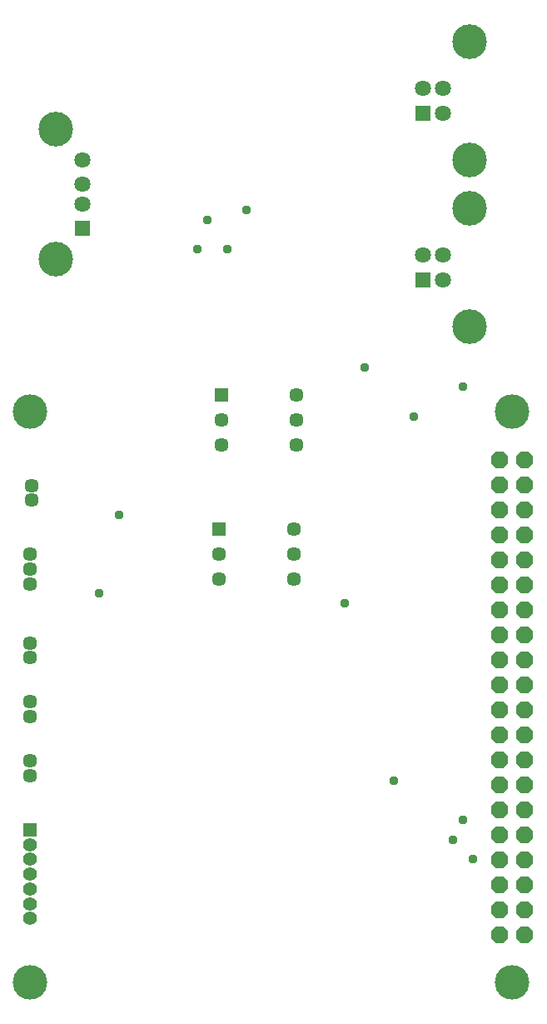
<source format=gbr>
G04 EAGLE Gerber RS-274X export*
G75*
%MOMM*%
%FSLAX34Y34*%
%LPD*%
%INSoldermask Bottom*%
%IPPOS*%
%AMOC8*
5,1,8,0,0,1.08239X$1,22.5*%
G01*
G04 Define Apertures*
%ADD10P,1.8695X8X292.5*%
%ADD11R,1.444200X1.444200*%
%ADD12C,1.444200*%
%ADD13C,3.505200*%
%ADD14C,3.519200*%
%ADD15C,1.631200*%
%ADD16R,1.631200X1.631200*%
%ADD17C,1.447800*%
%ADD18R,1.411200X1.411200*%
%ADD19C,1.411200*%
%ADD20C,0.959600*%
D10*
X547300Y576300D03*
X572700Y576300D03*
X547300Y550900D03*
X572700Y550900D03*
X547300Y525500D03*
X572700Y525500D03*
X547300Y500100D03*
X572700Y500100D03*
X547300Y474700D03*
X572700Y474700D03*
X547300Y449300D03*
X572700Y449300D03*
X547300Y423900D03*
X572700Y423900D03*
X547300Y398500D03*
X572700Y398500D03*
X547300Y373100D03*
X572700Y373100D03*
X547300Y347700D03*
X572700Y347700D03*
X547300Y322300D03*
X572700Y322300D03*
X547300Y296900D03*
X572700Y296900D03*
X547300Y271500D03*
X572700Y271500D03*
X547300Y246100D03*
X572700Y246100D03*
X547300Y220700D03*
X572700Y220700D03*
X547300Y195300D03*
X572700Y195300D03*
X547300Y169900D03*
X572700Y169900D03*
X547300Y144500D03*
X572700Y144500D03*
X547300Y119100D03*
X572700Y119100D03*
X547300Y93700D03*
X572700Y93700D03*
D11*
X264200Y641600D03*
D12*
X264200Y616200D03*
X264200Y590800D03*
X340400Y590800D03*
X340400Y616200D03*
X340400Y641600D03*
D13*
X560000Y625000D03*
X560000Y45000D03*
X70000Y625000D03*
X70000Y45000D03*
D11*
X261900Y505400D03*
D12*
X261900Y480000D03*
X261900Y454600D03*
X338100Y454600D03*
X338100Y480000D03*
X338100Y505400D03*
D14*
X516640Y831600D03*
X516640Y711200D03*
D15*
X469540Y783900D03*
X489540Y783900D03*
D16*
X469540Y758900D03*
D15*
X489540Y758900D03*
D14*
X516640Y1001160D03*
X516640Y880760D03*
D15*
X469540Y953460D03*
X489540Y953460D03*
D16*
X469540Y928460D03*
D15*
X489540Y928460D03*
D16*
X123460Y810960D03*
D15*
X123460Y835960D03*
X123460Y855960D03*
X123460Y880960D03*
D14*
X96360Y780260D03*
X96360Y911660D03*
D17*
X71383Y550000D03*
X71383Y535000D03*
X70000Y480000D03*
X70000Y465000D03*
X70000Y450000D03*
X70000Y390000D03*
X70000Y375000D03*
X70000Y330000D03*
X70000Y315000D03*
X70000Y270000D03*
X70000Y255000D03*
D18*
X70000Y200000D03*
D19*
X70000Y185000D03*
X70000Y170000D03*
X70000Y155000D03*
X70000Y140000D03*
X70000Y125000D03*
X70000Y110000D03*
D20*
X160000Y520000D03*
X250000Y819892D03*
X270000Y790000D03*
X290000Y830000D03*
X410000Y670000D03*
X510000Y650000D03*
X460000Y620000D03*
X240000Y790000D03*
X140000Y440000D03*
X390000Y430000D03*
X510000Y210000D03*
X440000Y250000D03*
X520000Y170000D03*
X500000Y190000D03*
M02*

</source>
